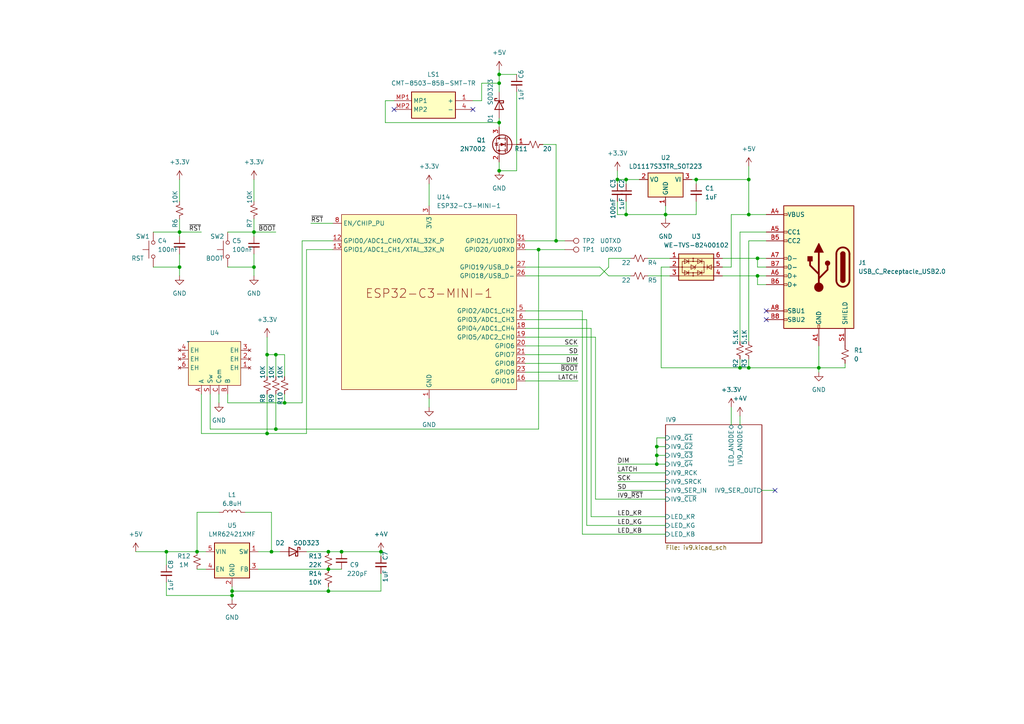
<source format=kicad_sch>
(kicad_sch (version 20230121) (generator eeschema)
  (paper "A4")
  (lib_symbols
    (symbol "Connector:TestPoint" (pin_numbers hide) (pin_names (offset 0.762) hide)
      (property "Reference" "TP" (at 0 6.858 0))
      (property "Value" "TestPoint" (at 0 5.08 0))
      (symbol "TestPoint_0_1"
        (circle (center 0 3.302) (radius 0.762))
      )
      (symbol "TestPoint_1_1"
        (pin passive line (at 0 0 90) (length 2.54) (name "1") (number "1"))
      )
    )
    (symbol "Connector:USB_C_Receptacle_USB2.0" (pin_names (offset 1.016))
      (property "Reference" "J" (at -10.16 19.05 0))
      (property "Value" "USB_C_Receptacle_USB2.0" (at 19.05 19.05 0))
      (symbol "USB_C_Receptacle_USB2.0_0_0"
        (rectangle (start -0.254 -17.78) (end 0.254 -16.764))
        (rectangle (start 10.16 -14.986) (end 9.144 -15.494))
        (rectangle (start 10.16 -12.446) (end 9.144 -12.954))
        (rectangle (start 10.16 -4.826) (end 9.144 -5.334))
        (rectangle (start 10.16 -2.286) (end 9.144 -2.794))
        (rectangle (start 10.16 0.254) (end 9.144 -0.254))
        (rectangle (start 10.16 2.794) (end 9.144 2.286))
        (rectangle (start 10.16 7.874) (end 9.144 7.366))
        (rectangle (start 10.16 10.414) (end 9.144 9.906))
        (rectangle (start 10.16 15.494) (end 9.144 14.986))
      )
      (symbol "USB_C_Receptacle_USB2.0_0_1"
        (rectangle (start -10.16 17.78) (end 10.16 -17.78) (stroke (width 0.254)) (fill (type background)))
        (arc (start -8.89 -3.81) (mid -6.985 -5.7067) (end -5.08 -3.81) (stroke (width 0.508)))
        (arc (start -7.62 -3.81) (mid -6.985 -4.4423) (end -6.35 -3.81) (stroke (width 0.254)))
        (arc (start -7.62 -3.81) (mid -6.985 -4.4423) (end -6.35 -3.81) (stroke (width 0.254)) (fill (type outline)))
        (rectangle (start -7.62 -3.81) (end -6.35 3.81) (stroke (width 0.254)) (fill (type outline)))
        (arc (start -6.35 3.81) (mid -6.985 4.4423) (end -7.62 3.81) (stroke (width 0.254)))
        (arc (start -6.35 3.81) (mid -6.985 4.4423) (end -7.62 3.81) (stroke (width 0.254)) (fill (type outline)))
        (arc (start -5.08 3.81) (mid -6.985 5.7067) (end -8.89 3.81) (stroke (width 0.508)))
        (circle (center -2.54 1.143) (radius 0.635) (stroke (width 0.254)) (fill (type outline)))
        (circle (center 0 -5.842) (radius 1.27) (fill (type outline)))
        (polyline (pts (xy -8.89 -3.81) (xy -8.89 3.81)) (stroke (width 0.508)))
        (polyline (pts (xy -5.08 3.81) (xy -5.08 -3.81)) (stroke (width 0.508)))
        (polyline (pts (xy 0 -5.842) (xy 0 4.318)) (stroke (width 0.508)))
        (polyline (pts (xy 0 -3.302) (xy -2.54 -0.762) (xy -2.54 0.508)) (stroke (width 0.508)))
        (polyline (pts (xy 0 -2.032) (xy 2.54 0.508) (xy 2.54 1.778)) (stroke (width 0.508)))
        (polyline (pts (xy -1.27 4.318) (xy 0 6.858) (xy 1.27 4.318) (xy -1.27 4.318)) (stroke (width 0.254)) (fill (type outline)))
        (rectangle (start 1.905 1.778) (end 3.175 3.048) (stroke (width 0.254)) (fill (type outline)))
      )
      (symbol "USB_C_Receptacle_USB2.0_1_1"
        (pin passive line (at 0 -22.86 90) (length 5.08) (name "GND") (number "A1"))
        (pin passive line (at 0 -22.86 90) (length 5.08) hide (name "GND") (number "A12"))
        (pin passive line (at 15.24 15.24 180) (length 5.08) (name "VBUS") (number "A4"))
        (pin bidirectional line (at 15.24 10.16 180) (length 5.08) (name "CC1") (number "A5"))
        (pin bidirectional line (at 15.24 -2.54 180) (length 5.08) (name "D+") (number "A6"))
        (pin bidirectional line (at 15.24 2.54 180) (length 5.08) (name "D-") (number "A7"))
        (pin bidirectional line (at 15.24 -12.7 180) (length 5.08) (name "SBU1") (number "A8"))
        (pin passive line (at 15.24 15.24 180) (length 5.08) hide (name "VBUS") (number "A9"))
        (pin passive line (at 0 -22.86 90) (length 5.08) hide (name "GND") (number "B1"))
        (pin passive line (at 0 -22.86 90) (length 5.08) hide (name "GND") (number "B12"))
        (pin passive line (at 15.24 15.24 180) (length 5.08) hide (name "VBUS") (number "B4"))
        (pin bidirectional line (at 15.24 7.62 180) (length 5.08) (name "CC2") (number "B5"))
        (pin bidirectional line (at 15.24 -5.08 180) (length 5.08) (name "D+") (number "B6"))
        (pin bidirectional line (at 15.24 0 180) (length 5.08) (name "D-") (number "B7"))
        (pin bidirectional line (at 15.24 -15.24 180) (length 5.08) (name "SBU2") (number "B8"))
        (pin passive line (at 15.24 15.24 180) (length 5.08) hide (name "VBUS") (number "B9"))
        (pin passive line (at -7.62 -22.86 90) (length 5.08) (name "SHIELD") (number "S1"))
      )
    )
    (symbol "Device:C_Small" (pin_numbers hide) (pin_names (offset 0.254) hide)
      (property "Reference" "C" (at 0.254 1.778 0))
      (property "Value" "C_Small" (at 0.254 -2.032 0))
      (symbol "C_Small_0_1"
        (polyline (pts (xy -1.524 -0.508) (xy 1.524 -0.508)) (stroke (width 0.3302)))
        (polyline (pts (xy -1.524 0.508) (xy 1.524 0.508)) (stroke (width 0.3048)))
      )
      (symbol "C_Small_1_1"
        (pin passive line (at 0 2.54 270) (length 2.032) (name "~") (number "1"))
        (pin passive line (at 0 -2.54 90) (length 2.032) (name "~") (number "2"))
      )
    )
    (symbol "Device:D_Schottky" (pin_numbers hide) (pin_names (offset 1.016) hide)
      (property "Reference" "D" (at 0 2.54 0))
      (property "Value" "D_Schottky" (at 0 -2.54 0))
      (symbol "D_Schottky_0_1"
        (polyline (pts (xy 1.27 0) (xy -1.27 0)))
        (polyline (pts (xy 1.27 1.27) (xy 1.27 -1.27) (xy -1.27 0) (xy 1.27 1.27)) (stroke (width 0.254)))
        (polyline (pts (xy -1.905 0.635) (xy -1.905 1.27) (xy -1.27 1.27) (xy -1.27 -1.27) (xy -0.635 -1.27) (xy -0.635 -0.635)) (stroke (width 0.254)))
      )
      (symbol "D_Schottky_1_1"
        (pin passive line (at -3.81 0 0) (length 2.54) (name "K") (number "1"))
        (pin passive line (at 3.81 0 180) (length 2.54) (name "A") (number "2"))
      )
    )
    (symbol "Device:L" (pin_numbers hide) (pin_names (offset 1.016) hide)
      (property "Reference" "L" (at -1.27 0 90))
      (property "Value" "L" (at 1.905 0 90))
      (symbol "L_0_1"
        (arc (start 0 -2.54) (mid 0.6323 -1.905) (end 0 -1.27))
        (arc (start 0 -1.27) (mid 0.6323 -0.635) (end 0 0))
        (arc (start 0 0) (mid 0.6323 0.635) (end 0 1.27))
        (arc (start 0 1.27) (mid 0.6323 1.905) (end 0 2.54))
      )
      (symbol "L_1_1"
        (pin passive line (at 0 3.81 270) (length 1.27) (name "1") (number "1"))
        (pin passive line (at 0 -3.81 90) (length 1.27) (name "2") (number "2"))
      )
    )
    (symbol "Device:R_Small_US" (pin_numbers hide) (pin_names (offset 0.254) hide)
      (property "Reference" "R" (at 0.762 0.508 0))
      (property "Value" "R_Small_US" (at 0.762 -1.016 0))
      (symbol "R_Small_US_1_1"
        (polyline (pts (xy 0 0) (xy 1.016 -0.381) (xy 0 -0.762) (xy -1.016 -1.143) (xy 0 -1.524)))
        (polyline (pts (xy 0 1.524) (xy 1.016 1.143) (xy 0 0.762) (xy -1.016 0.381) (xy 0 0)))
        (pin passive line (at 0 2.54 270) (length 1.016) (name "~") (number "1"))
        (pin passive line (at 0 -2.54 90) (length 1.016) (name "~") (number "2"))
      )
    )
    (symbol "Flora:CMT-8503-85B-SMT-TR"
      (property "Reference" "LS" (at 19.05 7.62 0))
      (property "Value" "CMT-8503-85B-SMT-TR" (at 19.05 5.08 0))
      (symbol "CMT-8503-85B-SMT-TR_1_1"
        (rectangle (start 5.08 2.54) (end 17.78 -5.08) (stroke (width 0.254)) (fill (type background)))
        (pin passive line (at 0 -2.54 0) (length 5.08) (name "+") (number "1"))
        (pin passive line (at 0 0 0) (length 5.08) (name "-") (number "4"))
        (pin passive line (at 22.86 -2.54 180) (length 5.08) (name "MP1") (number "MP1"))
        (pin passive line (at 22.86 0 180) (length 5.08) (name "MP2") (number "MP2"))
      )
    )
    (symbol "Flora:MITSUMI_SIQ-02FVS3"
      (property "Reference" "U" (at -1.27 1.27 0))
      (symbol "MITSUMI_SIQ-02FVS3_1_1"
        (rectangle (start 0 0) (end 15.24 -12.7) (fill (type background)))
        (pin no_connect line (at 17.78 -7.62 180) (length 2.54) (name "EH") (number "1"))
        (pin no_connect line (at 17.78 -5.08 180) (length 2.54) (name "EH") (number "2"))
        (pin no_connect line (at 17.78 -2.54 180) (length 2.54) (name "EH") (number "3"))
        (pin no_connect line (at -2.54 -2.54 0) (length 2.54) (name "EH") (number "4"))
        (pin no_connect line (at -2.54 -5.08 0) (length 2.54) (name "EH") (number "5"))
        (pin no_connect line (at -2.54 -7.62 0) (length 2.54) (name "EH") (number "6"))
        (pin output line (at 3.81 -15.24 90) (length 2.54) (name "A") (number "A"))
        (pin output line (at 11.43 -15.24 90) (length 2.54) (name "B") (number "B"))
        (pin passive line (at 8.89 -15.24 90) (length 2.54) (name "Com") (number "C"))
        (pin output line (at 6.35 -15.24 90) (length 2.54) (name "Sw") (number "S"))
      )
    )
    (symbol "PCM_Espressif:ESP32-C3-MINI-1"
      (property "Reference" "U" (at -25.4 30.48 0))
      (property "Value" "ESP32-C3-MINI-1" (at -25.4 27.94 0))
      (symbol "ESP32-C3-MINI-1_0_0"
        (text "ESP32-C3-MINI-1" (at 0 2.54 0) (effects (font (size 2.54 2.54))))
      )
      (symbol "ESP32-C3-MINI-1_0_1"
        (rectangle (start -25.4 25.4) (end 25.4 -25.4) (fill (type background)))
      )
      (symbol "ESP32-C3-MINI-1_1_1"
        (pin power_in line (at 0 -27.94 90) (length 2.54) (name "GND") (number "1"))
        (pin no_connect line (at -25.4 2.54 0) (length 2.54) hide (name "NC") (number "10"))
        (pin passive line (at 0 -27.94 90) (length 2.54) hide (name "GND") (number "11"))
        (pin bidirectional line (at -27.94 17.78 0) (length 2.54) (name "GPIO0/ADC1_CH0/XTAL_32K_P") (number "12"))
        (pin bidirectional line (at -27.94 15.24 0) (length 2.54) (name "GPIO1/ADC1_CH1/XTAL_32K_N") (number "13"))
        (pin passive line (at 0 -27.94 90) (length 2.54) hide (name "GND") (number "14"))
        (pin no_connect line (at -25.4 0 0) (length 2.54) hide (name "NC") (number "15"))
        (pin bidirectional line (at 27.94 -22.86 180) (length 2.54) (name "GPIO10") (number "16"))
        (pin no_connect line (at -25.4 -2.54 0) (length 2.54) hide (name "NC") (number "17"))
        (pin bidirectional line (at 27.94 -7.62 180) (length 2.54) (name "GPIO4/ADC1_CH4") (number "18"))
        (pin bidirectional line (at 27.94 -10.16 180) (length 2.54) (name "GPIO5/ADC2_CH0") (number "19"))
        (pin passive line (at 0 -27.94 90) (length 2.54) hide (name "GND") (number "2"))
        (pin bidirectional line (at 27.94 -12.7 180) (length 2.54) (name "GPIO6") (number "20"))
        (pin bidirectional line (at 27.94 -15.24 180) (length 2.54) (name "GPIO7") (number "21"))
        (pin bidirectional line (at 27.94 -17.78 180) (length 2.54) (name "GPIO8") (number "22"))
        (pin bidirectional line (at 27.94 -20.32 180) (length 2.54) (name "GPIO9") (number "23"))
        (pin no_connect line (at -25.4 -5.08 0) (length 2.54) hide (name "NC") (number "24"))
        (pin no_connect line (at -25.4 -7.62 0) (length 2.54) hide (name "NC") (number "25"))
        (pin bidirectional line (at 27.94 7.62 180) (length 2.54) (name "GPIO18/USB_D-") (number "26"))
        (pin bidirectional line (at 27.94 10.16 180) (length 2.54) (name "GPIO19/USB_D+") (number "27"))
        (pin no_connect line (at -25.4 -10.16 0) (length 2.54) hide (name "NC") (number "28"))
        (pin no_connect line (at -25.4 -12.7 0) (length 2.54) hide (name "NC") (number "29"))
        (pin power_in line (at 0 27.94 270) (length 2.54) (name "3V3") (number "3"))
        (pin bidirectional line (at 27.94 15.24 180) (length 2.54) (name "GPIO20/U0RXD") (number "30"))
        (pin bidirectional line (at 27.94 17.78 180) (length 2.54) (name "GPIO21/U0TXD") (number "31"))
        (pin no_connect line (at -25.4 -15.24 0) (length 2.54) hide (name "NC") (number "32"))
        (pin no_connect line (at -25.4 -17.78 0) (length 2.54) hide (name "NC") (number "33"))
        (pin no_connect line (at -25.4 -20.32 0) (length 2.54) hide (name "NC") (number "34"))
        (pin no_connect line (at -25.4 -22.86 0) (length 2.54) hide (name "NC") (number "35"))
        (pin passive line (at 0 -27.94 90) (length 2.54) hide (name "GND") (number "36"))
        (pin passive line (at 0 -27.94 90) (length 2.54) hide (name "GND") (number "37"))
        (pin passive line (at 0 -27.94 90) (length 2.54) hide (name "GND") (number "38"))
        (pin passive line (at 0 -27.94 90) (length 2.54) hide (name "GND") (number "39"))
        (pin no_connect line (at -25.4 10.16 0) (length 2.54) hide (name "NC") (number "4"))
        (pin passive line (at 0 -27.94 90) (length 2.54) hide (name "GND") (number "40"))
        (pin passive line (at 0 -27.94 90) (length 2.54) hide (name "GND") (number "41"))
        (pin passive line (at 0 -27.94 90) (length 2.54) hide (name "GND") (number "42"))
        (pin passive line (at 0 -27.94 90) (length 2.54) hide (name "GND") (number "43"))
        (pin passive line (at 0 -27.94 90) (length 2.54) hide (name "GND") (number "44"))
        (pin passive line (at 0 -27.94 90) (length 2.54) hide (name "GND") (number "45"))
        (pin passive line (at 0 -27.94 90) (length 2.54) hide (name "GND") (number "46"))
        (pin passive line (at 0 -27.94 90) (length 2.54) hide (name "GND") (number "47"))
        (pin passive line (at 0 -27.94 90) (length 2.54) hide (name "GND") (number "48"))
        (pin passive line (at 0 -27.94 90) (length 2.54) hide (name "GND") (number "49"))
        (pin bidirectional line (at 27.94 -2.54 180) (length 2.54) (name "GPIO2/ADC1_CH2") (number "5"))
        (pin passive line (at 0 -27.94 90) (length 2.54) hide (name "GND") (number "50"))
        (pin passive line (at 0 -27.94 90) (length 2.54) hide (name "GND") (number "51"))
        (pin passive line (at 0 -27.94 90) (length 2.54) hide (name "GND") (number "52"))
        (pin passive line (at 0 -27.94 90) (length 2.54) hide (name "GND") (number "53"))
        (pin bidirectional line (at 27.94 -5.08 180) (length 2.54) (name "GPIO3/ADC1_CH3") (number "6"))
        (pin no_connect line (at -25.4 7.62 0) (length 2.54) hide (name "NC") (number "7"))
        (pin input line (at -27.94 22.86 0) (length 2.54) (name "EN/CHIP_PU") (number "8"))
        (pin no_connect line (at -25.4 5.08 0) (length 2.54) hide (name "NC") (number "9"))
      )
    )
    (symbol "Power_Protection:WE-TVS-82400102"
      (property "Reference" "U" (at 0 7.62 0))
      (property "Value" "WE-TVS-82400102" (at 0 5.08 0))
      (symbol "WE-TVS-82400102_0_1"
        (circle (center -4.064 0) (radius 0.127))
        (rectangle (start -4.064 1.651) (end 2.286 -1.651))
        (circle (center -0.889 -2.54) (radius 0.127))
        (circle (center -0.889 -1.651) (radius 0.127))
        (circle (center -0.889 1.651) (radius 0.127))
        (circle (center -0.889 2.54) (radius 0.127))
        (polyline (pts (xy -5.08 -2.54) (xy 5.08 -2.54)))
        (polyline (pts (xy -5.08 2.54) (xy 5.08 2.54)))
        (polyline (pts (xy -4.064 0) (xy -5.08 0)))
        (polyline (pts (xy -4.064 0) (xy 2.286 0)) (fill (type outline)))
        (polyline (pts (xy -2.159 -1.016) (xy -2.159 -2.286)))
        (polyline (pts (xy -2.159 2.286) (xy -2.159 1.016)))
        (polyline (pts (xy -0.889 -1.651) (xy -0.889 -2.413)))
        (polyline (pts (xy -0.889 1.651) (xy -0.889 2.54)))
        (polyline (pts (xy -0.508 -0.635) (xy -0.508 -0.635)))
        (polyline (pts (xy 1.651 -1.016) (xy 1.651 -2.286)))
        (polyline (pts (xy 1.651 2.286) (xy 1.651 1.016)))
        (polyline (pts (xy 2.286 0) (xy 5.08 0)))
        (polyline (pts (xy -3.429 -1.016) (xy -3.429 -2.286) (xy -2.159 -1.651) (xy -3.429 -1.016)))
        (polyline (pts (xy -3.429 1.016) (xy -3.429 2.286) (xy -2.159 1.651) (xy -3.429 1.016)))
        (polyline (pts (xy 0 0.635) (xy -0.254 0.381) (xy -0.254 -0.381) (xy -0.508 -0.635)))
        (polyline (pts (xy 0.381 -1.016) (xy 0.381 -2.286) (xy 1.651 -1.651) (xy 0.381 -1.016)))
        (polyline (pts (xy 0.381 1.016) (xy 0.381 2.286) (xy 1.651 1.651) (xy 0.381 1.016)))
        (circle (center 2.286 0) (radius 0.127))
      )
      (symbol "WE-TVS-82400102_1_1"
        (rectangle (start -5.08 3.81) (end 5.08 -3.81) (stroke (width 0.254)) (fill (type background)))
        (polyline (pts (xy 3.175 0.635) (xy 3.175 -0.635)))
        (polyline (pts (xy -1.524 0.635) (xy -1.524 -0.635) (xy -0.254 0) (xy -1.524 0.635)))
        (polyline (pts (xy 4.445 0.635) (xy 4.445 -0.635) (xy 3.175 0) (xy 4.445 0.635)))
        (pin passive line (at -7.62 2.54 0) (length 2.54) (name "~") (number "1"))
        (pin passive line (at -7.62 0 0) (length 2.54) (name "~") (number "2"))
        (pin passive line (at -7.62 -2.54 0) (length 2.54) (name "~") (number "3"))
        (pin passive line (at 7.62 -2.54 180) (length 2.54) (name "~") (number "4"))
        (pin passive line (at 7.62 0 180) (length 2.54) (name "~") (number "5"))
        (pin passive line (at 7.62 2.54 180) (length 2.54) (name "~") (number "6"))
      )
    )
    (symbol "Regulator_Linear:LD1117S33TR_SOT223"
      (property "Reference" "U" (at -3.81 3.175 0))
      (property "Value" "LD1117S33TR_SOT223" (at 0 3.175 0))
      (symbol "LD1117S33TR_SOT223_0_1"
        (rectangle (start -5.08 -5.08) (end 5.08 1.905) (stroke (width 0.254)) (fill (type background)))
      )
      (symbol "LD1117S33TR_SOT223_1_1"
        (pin power_in line (at 0 -7.62 90) (length 2.54) (name "GND") (number "1"))
        (pin power_out line (at 7.62 0 180) (length 2.54) (name "VO") (number "2"))
        (pin power_in line (at -7.62 0 0) (length 2.54) (name "VI") (number "3"))
      )
    )
    (symbol "Regulator_Switching:LMR62421XMF" (pin_names (offset 0.254))
      (property "Reference" "U" (at -5.08 6.35 0))
      (property "Value" "LMR62421XMF" (at 0 6.35 0))
      (symbol "LMR62421XMF_0_1"
        (rectangle (start -5.08 5.08) (end 5.08 -5.08) (stroke (width 0.254)) (fill (type background)))
      )
      (symbol "LMR62421XMF_1_1"
        (pin output line (at 7.62 2.54 180) (length 2.54) (name "SW") (number "1"))
        (pin power_in line (at 0 -7.62 90) (length 2.54) (name "GND") (number "2"))
        (pin input line (at 7.62 -2.54 180) (length 2.54) (name "FB") (number "3"))
        (pin input line (at -7.62 -2.54 0) (length 2.54) (name "EN") (number "4"))
        (pin input line (at -7.62 2.54 0) (length 2.54) (name "VIN") (number "5"))
      )
    )
    (symbol "Switch:SW_Push" (pin_numbers hide) (pin_names (offset 1.016) hide)
      (property "Reference" "SW" (at 1.27 2.54 0))
      (property "Value" "SW_Push" (at 0 -1.524 0))
      (symbol "SW_Push_0_1"
        (circle (center -2.032 0) (radius 0.508))
        (polyline (pts (xy 0 1.27) (xy 0 3.048)))
        (polyline (pts (xy 2.54 1.27) (xy -2.54 1.27)))
        (circle (center 2.032 0) (radius 0.508))
        (pin passive line (at -5.08 0 0) (length 2.54) (name "1") (number "1"))
        (pin passive line (at 5.08 0 180) (length 2.54) (name "2") (number "2"))
      )
    )
    (symbol "Transistor_FET:2N7002" (pin_names hide)
      (property "Reference" "Q" (at 5.08 1.905 0))
      (property "Value" "2N7002" (at 5.08 0 0))
      (symbol "2N7002_0_1"
        (polyline (pts (xy 0.254 0) (xy -2.54 0)))
        (polyline (pts (xy 0.254 1.905) (xy 0.254 -1.905)) (stroke (width 0.254)))
        (polyline (pts (xy 0.762 -1.27) (xy 0.762 -2.286)) (stroke (width 0.254)))
        (polyline (pts (xy 0.762 0.508) (xy 0.762 -0.508)) (stroke (width 0.254)))
        (polyline (pts (xy 0.762 2.286) (xy 0.762 1.27)) (stroke (width 0.254)))
        (polyline (pts (xy 2.54 2.54) (xy 2.54 1.778)))
        (polyline (pts (xy 2.54 -2.54) (xy 2.54 0) (xy 0.762 0)))
        (polyline (pts (xy 0.762 -1.778) (xy 3.302 -1.778) (xy 3.302 1.778) (xy 0.762 1.778)))
        (polyline (pts (xy 1.016 0) (xy 2.032 0.381) (xy 2.032 -0.381) (xy 1.016 0)) (fill (type outline)))
        (polyline (pts (xy 2.794 0.508) (xy 2.921 0.381) (xy 3.683 0.381) (xy 3.81 0.254)))
        (polyline (pts (xy 3.302 0.381) (xy 2.921 -0.254) (xy 3.683 -0.254) (xy 3.302 0.381)))
        (circle (center 1.651 0) (radius 2.794) (stroke (width 0.254)))
        (circle (center 2.54 -1.778) (radius 0.254) (fill (type outline)))
        (circle (center 2.54 1.778) (radius 0.254) (fill (type outline)))
      )
      (symbol "2N7002_1_1"
        (pin input line (at -5.08 0 0) (length 2.54) (name "G") (number "1"))
        (pin passive line (at 2.54 -5.08 90) (length 2.54) (name "S") (number "2"))
        (pin passive line (at 2.54 5.08 270) (length 2.54) (name "D") (number "3"))
      )
    )
    (symbol "power:+3.3V" (power) (pin_names (offset 0))
      (property "Value" "+3.3V" (at 0 3.556 0))
      (symbol "+3.3V_0_1"
        (polyline (pts (xy -0.762 1.27) (xy 0 2.54)))
        (polyline (pts (xy 0 0) (xy 0 2.54)))
        (polyline (pts (xy 0 2.54) (xy 0.762 1.27)))
      )
      (symbol "+3.3V_1_1"
        (pin power_in line (at 0 0 90) (length 0) hide (name "+3.3V") (number "1"))
      )
    )
    (symbol "power:+4V" (power) (pin_names (offset 0))
      (property "Value" "+4V" (at 0 3.556 0))
      (symbol "+4V_0_1"
        (polyline (pts (xy -0.762 1.27) (xy 0 2.54)))
        (polyline (pts (xy 0 0) (xy 0 2.54)))
        (polyline (pts (xy 0 2.54) (xy 0.762 1.27)))
      )
      (symbol "+4V_1_1"
        (pin power_in line (at 0 0 90) (length 0) hide (name "+4V") (number "1"))
      )
    )
    (symbol "power:+5V" (power) (pin_names (offset 0))
      (property "Value" "+5V" (at 0 3.556 0))
      (symbol "+5V_0_1"
        (polyline (pts (xy -0.762 1.27) (xy 0 2.54)))
        (polyline (pts (xy 0 0) (xy 0 2.54)))
        (polyline (pts (xy 0 2.54) (xy 0.762 1.27)))
      )
      (symbol "+5V_1_1"
        (pin power_in line (at 0 0 90) (length 0) hide (name "+5V") (number "1"))
      )
    )
    (symbol "power:GND" (power) (pin_names (offset 0))
      (property "Value" "GND" (at 0 -3.81 0))
      (symbol "GND_0_1"
        (polyline (pts (xy 0 0) (xy 0 -1.27) (xy 1.27 -1.27) (xy 0 -2.54) (xy -1.27 -1.27) (xy 0 -1.27)))
      )
      (symbol "GND_1_1"
        (pin power_in line (at 0 0 270) (length 0) hide (name "GND") (number "1"))
      )
    )
  )
  (junction (at 144.78 24.13))
  (junction (at 144.78 21.59))
  (junction (at 52.07 77.47))
  (junction (at 219.71 74.93))
  (junction (at 190.5 132.08))
  (junction (at 181.61 52.07))
  (junction (at 95.25 160.02))
  (junction (at 67.31 171.45))
  (junction (at 95.25 165.1))
  (junction (at 190.5 134.62))
  (junction (at 237.49 106.68))
  (junction (at 144.78 49.53))
  (junction (at 110.49 160.02))
  (junction (at 161.29 69.85))
  (junction (at 73.66 67.31))
  (junction (at 77.47 125.73))
  (junction (at 77.47 102.87))
  (junction (at 156.21 72.39))
  (junction (at 52.07 67.31))
  (junction (at 57.15 160.02))
  (junction (at 80.01 102.87))
  (junction (at 144.78 35.56))
  (junction (at 78.74 160.02))
  (junction (at 201.93 52.07))
  (junction (at 80.01 124.46))
  (junction (at 99.06 160.02))
  (junction (at 67.31 172.72))
  (junction (at 214.63 106.68))
  (junction (at 179.07 52.07))
  (junction (at 190.5 129.54))
  (junction (at 95.25 171.45))
  (junction (at 217.17 62.23))
  (junction (at 82.55 116.84))
  (junction (at 73.66 77.47))
  (junction (at 48.26 160.02))
  (junction (at 219.71 80.01))
  (junction (at 181.61 62.23))
  (junction (at 217.17 106.68))
  (junction (at 193.04 62.23))
  (junction (at 217.17 52.07))
  (no_connect (at 114.3 31.75))
  (no_connect (at 222.25 90.17))
  (no_connect (at 224.79 142.24))
  (no_connect (at 222.25 92.71))
  (no_connect (at 137.16 31.75))
  (wire (pts (xy 187.96 74.93) (xy 194.31 74.93)))
  (wire (pts (xy 168.91 154.94) (xy 193.04 154.94)))
  (wire (pts (xy 52.07 52.07) (xy 52.07 58.42)))
  (wire (pts (xy 77.47 102.87) (xy 80.01 102.87)))
  (wire (pts (xy 44.45 67.31) (xy 52.07 67.31)))
  (wire (pts (xy 219.71 82.55) (xy 222.25 82.55)))
  (wire (pts (xy 179.07 62.23) (xy 181.61 62.23)))
  (wire (pts (xy 179.07 58.42) (xy 179.07 62.23)))
  (wire (pts (xy 212.09 118.11) (xy 212.09 123.19)))
  (wire (pts (xy 152.4 95.25) (xy 171.45 95.25)))
  (wire (pts (xy 149.86 21.59) (xy 144.78 21.59)))
  (wire (pts (xy 82.55 114.3) (xy 82.55 116.84)))
  (wire (pts (xy 111.76 29.21) (xy 114.3 29.21)))
  (wire (pts (xy 152.4 80.01) (xy 173.99 80.01)))
  (wire (pts (xy 171.45 95.25) (xy 171.45 149.86)))
  (wire (pts (xy 190.5 129.54) (xy 193.04 129.54)))
  (wire (pts (xy 63.5 148.59) (xy 57.15 148.59)))
  (wire (pts (xy 193.04 144.78) (xy 172.72 144.78)))
  (wire (pts (xy 88.9 72.39) (xy 96.52 72.39)))
  (wire (pts (xy 48.26 163.83) (xy 48.26 160.02)))
  (wire (pts (xy 57.15 165.1) (xy 59.69 165.1)))
  (wire (pts (xy 190.5 134.62) (xy 193.04 134.62)))
  (wire (pts (xy 179.07 142.24) (xy 193.04 142.24)))
  (wire (pts (xy 245.11 106.68) (xy 245.11 105.41)))
  (wire (pts (xy 48.26 168.91) (xy 48.26 172.72)))
  (wire (pts (xy 190.5 127) (xy 190.5 129.54)))
  (wire (pts (xy 212.09 62.23) (xy 217.17 62.23)))
  (wire (pts (xy 217.17 106.68) (xy 237.49 106.68)))
  (wire (pts (xy 181.61 58.42) (xy 181.61 62.23)))
  (wire (pts (xy 48.26 172.72) (xy 67.31 172.72)))
  (wire (pts (xy 66.04 116.84) (xy 82.55 116.84)))
  (wire (pts (xy 201.93 58.42) (xy 201.93 62.23)))
  (wire (pts (xy 77.47 114.3) (xy 77.47 125.73)))
  (wire (pts (xy 149.86 26.67) (xy 149.86 49.53)))
  (wire (pts (xy 78.74 160.02) (xy 81.28 160.02)))
  (wire (pts (xy 152.4 100.33) (xy 167.64 100.33)))
  (wire (pts (xy 193.04 127) (xy 190.5 127)))
  (wire (pts (xy 190.5 132.08) (xy 193.04 132.08)))
  (wire (pts (xy 179.07 139.7) (xy 193.04 139.7)))
  (wire (pts (xy 144.78 20.32) (xy 144.78 21.59)))
  (wire (pts (xy 73.66 63.5) (xy 73.66 67.31)))
  (wire (pts (xy 214.63 120.65) (xy 214.63 123.19)))
  (wire (pts (xy 137.16 29.21) (xy 139.7 29.21)))
  (wire (pts (xy 170.18 152.4) (xy 170.18 92.71)))
  (wire (pts (xy 57.15 160.02) (xy 59.69 160.02)))
  (wire (pts (xy 152.4 92.71) (xy 170.18 92.71)))
  (wire (pts (xy 66.04 77.47) (xy 73.66 77.47)))
  (wire (pts (xy 190.5 129.54) (xy 190.5 132.08)))
  (wire (pts (xy 161.29 69.85) (xy 163.83 69.85)))
  (wire (pts (xy 220.98 142.24) (xy 224.79 142.24)))
  (wire (pts (xy 66.04 114.3) (xy 66.04 116.84)))
  (wire (pts (xy 176.53 80.01) (xy 182.88 80.01)))
  (wire (pts (xy 52.07 63.5) (xy 52.07 67.31)))
  (wire (pts (xy 176.53 74.93) (xy 176.53 77.47)))
  (wire (pts (xy 52.07 67.31) (xy 58.42 67.31)))
  (wire (pts (xy 80.01 102.87) (xy 82.55 102.87)))
  (wire (pts (xy 201.93 62.23) (xy 193.04 62.23)))
  (wire (pts (xy 87.63 116.84) (xy 87.63 69.85)))
  (wire (pts (xy 161.29 41.91) (xy 161.29 69.85)))
  (wire (pts (xy 67.31 171.45) (xy 67.31 170.18)))
  (wire (pts (xy 209.55 77.47) (xy 212.09 77.47)))
  (wire (pts (xy 217.17 52.07) (xy 217.17 62.23)))
  (wire (pts (xy 78.74 160.02) (xy 74.93 160.02)))
  (wire (pts (xy 124.46 115.57) (xy 124.46 118.11)))
  (wire (pts (xy 176.53 77.47) (xy 173.99 80.01)))
  (wire (pts (xy 52.07 73.66) (xy 52.07 77.47)))
  (wire (pts (xy 214.63 67.31) (xy 222.25 67.31)))
  (wire (pts (xy 172.72 97.79) (xy 172.72 144.78)))
  (wire (pts (xy 217.17 69.85) (xy 217.17 99.06)))
  (wire (pts (xy 144.78 21.59) (xy 144.78 24.13)))
  (wire (pts (xy 237.49 100.33) (xy 237.49 106.68)))
  (wire (pts (xy 219.71 74.93) (xy 219.71 77.47)))
  (wire (pts (xy 74.93 165.1) (xy 95.25 165.1)))
  (wire (pts (xy 77.47 109.22) (xy 77.47 102.87)))
  (wire (pts (xy 144.78 34.29) (xy 144.78 35.56)))
  (wire (pts (xy 201.93 52.07) (xy 217.17 52.07)))
  (wire (pts (xy 63.5 114.3) (xy 63.5 116.84)))
  (wire (pts (xy 209.55 74.93) (xy 219.71 74.93)))
  (wire (pts (xy 39.37 160.02) (xy 48.26 160.02)))
  (wire (pts (xy 88.9 125.73) (xy 88.9 72.39)))
  (wire (pts (xy 214.63 106.68) (xy 217.17 106.68)))
  (wire (pts (xy 124.46 53.34) (xy 124.46 59.69)))
  (wire (pts (xy 95.25 171.45) (xy 67.31 171.45)))
  (wire (pts (xy 214.63 104.14) (xy 214.63 106.68)))
  (wire (pts (xy 237.49 106.68) (xy 245.11 106.68)))
  (wire (pts (xy 157.48 41.91) (xy 161.29 41.91)))
  (wire (pts (xy 179.07 137.16) (xy 193.04 137.16)))
  (wire (pts (xy 181.61 52.07) (xy 185.42 52.07)))
  (wire (pts (xy 73.66 73.66) (xy 73.66 77.47)))
  (wire (pts (xy 152.4 77.47) (xy 173.99 77.47)))
  (wire (pts (xy 52.07 77.47) (xy 52.07 80.01)))
  (wire (pts (xy 200.66 52.07) (xy 201.93 52.07)))
  (wire (pts (xy 95.25 170.18) (xy 95.25 171.45)))
  (wire (pts (xy 156.21 72.39) (xy 163.83 72.39)))
  (wire (pts (xy 222.25 62.23) (xy 217.17 62.23)))
  (wire (pts (xy 58.42 114.3) (xy 58.42 125.73)))
  (wire (pts (xy 82.55 116.84) (xy 87.63 116.84)))
  (wire (pts (xy 217.17 48.26) (xy 217.17 52.07)))
  (wire (pts (xy 176.53 80.01) (xy 173.99 77.47)))
  (wire (pts (xy 99.06 160.02) (xy 110.49 160.02)))
  (wire (pts (xy 90.17 64.77) (xy 96.52 64.77)))
  (wire (pts (xy 111.76 35.56) (xy 144.78 35.56)))
  (wire (pts (xy 111.76 35.56) (xy 111.76 29.21)))
  (wire (pts (xy 144.78 35.56) (xy 144.78 36.83)))
  (wire (pts (xy 110.49 166.37) (xy 110.49 171.45)))
  (wire (pts (xy 80.01 102.87) (xy 80.01 109.22)))
  (wire (pts (xy 73.66 67.31) (xy 80.01 67.31)))
  (wire (pts (xy 168.91 90.17) (xy 168.91 154.94)))
  (wire (pts (xy 73.66 52.07) (xy 73.66 58.42)))
  (wire (pts (xy 139.7 29.21) (xy 139.7 24.13)))
  (wire (pts (xy 88.9 160.02) (xy 95.25 160.02)))
  (wire (pts (xy 152.4 110.49) (xy 167.64 110.49)))
  (wire (pts (xy 152.4 69.85) (xy 161.29 69.85)))
  (wire (pts (xy 217.17 106.68) (xy 217.17 104.14)))
  (wire (pts (xy 193.04 62.23) (xy 193.04 59.69)))
  (wire (pts (xy 67.31 172.72) (xy 67.31 171.45)))
  (wire (pts (xy 95.25 160.02) (xy 99.06 160.02)))
  (wire (pts (xy 193.04 152.4) (xy 170.18 152.4)))
  (wire (pts (xy 191.77 106.68) (xy 214.63 106.68)))
  (wire (pts (xy 73.66 67.31) (xy 73.66 68.58)))
  (wire (pts (xy 144.78 24.13) (xy 144.78 26.67)))
  (wire (pts (xy 179.07 53.34) (xy 179.07 52.07)))
  (wire (pts (xy 67.31 173.99) (xy 67.31 172.72)))
  (wire (pts (xy 156.21 72.39) (xy 152.4 72.39)))
  (wire (pts (xy 179.07 134.62) (xy 190.5 134.62)))
  (wire (pts (xy 60.96 124.46) (xy 80.01 124.46)))
  (wire (pts (xy 82.55 102.87) (xy 82.55 109.22)))
  (wire (pts (xy 190.5 132.08) (xy 190.5 134.62)))
  (wire (pts (xy 66.04 67.31) (xy 73.66 67.31)))
  (wire (pts (xy 209.55 80.01) (xy 219.71 80.01)))
  (wire (pts (xy 237.49 106.68) (xy 237.49 107.95)))
  (wire (pts (xy 201.93 52.07) (xy 201.93 53.34)))
  (wire (pts (xy 95.25 165.1) (xy 99.06 165.1)))
  (wire (pts (xy 179.07 49.53) (xy 179.07 52.07)))
  (wire (pts (xy 87.63 69.85) (xy 96.52 69.85)))
  (wire (pts (xy 44.45 77.47) (xy 52.07 77.47)))
  (wire (pts (xy 179.07 52.07) (xy 181.61 52.07)))
  (wire (pts (xy 73.66 77.47) (xy 73.66 80.01)))
  (wire (pts (xy 152.4 102.87) (xy 167.64 102.87)))
  (wire (pts (xy 176.53 74.93) (xy 182.88 74.93)))
  (wire (pts (xy 58.42 125.73) (xy 77.47 125.73)))
  (wire (pts (xy 110.49 171.45) (xy 95.25 171.45)))
  (wire (pts (xy 48.26 160.02) (xy 57.15 160.02)))
  (wire (pts (xy 194.31 77.47) (xy 191.77 77.47)))
  (wire (pts (xy 149.86 49.53) (xy 144.78 49.53)))
  (wire (pts (xy 144.78 49.53) (xy 144.78 46.99)))
  (wire (pts (xy 181.61 52.07) (xy 181.61 53.34)))
  (wire (pts (xy 219.71 80.01) (xy 219.71 82.55)))
  (wire (pts (xy 187.96 80.01) (xy 194.31 80.01)))
  (wire (pts (xy 217.17 69.85) (xy 222.25 69.85)))
  (wire (pts (xy 80.01 124.46) (xy 156.21 124.46)))
  (wire (pts (xy 71.12 148.59) (xy 78.74 148.59)))
  (wire (pts (xy 110.49 161.29) (xy 110.49 160.02)))
  (wire (pts (xy 152.4 90.17) (xy 168.91 90.17)))
  (wire (pts (xy 193.04 149.86) (xy 171.45 149.86)))
  (wire (pts (xy 52.07 67.31) (xy 52.07 68.58)))
  (wire (pts (xy 191.77 77.47) (xy 191.77 106.68)))
  (wire (pts (xy 212.09 77.47) (xy 212.09 62.23)))
  (wire (pts (xy 139.7 24.13) (xy 144.78 24.13)))
  (wire (pts (xy 80.01 114.3) (xy 80.01 124.46)))
  (wire (pts (xy 77.47 125.73) (xy 88.9 125.73)))
  (wire (pts (xy 57.15 148.59) (xy 57.15 160.02)))
  (wire (pts (xy 214.63 67.31) (xy 214.63 99.06)))
  (wire (pts (xy 78.74 148.59) (xy 78.74 160.02)))
  (wire (pts (xy 219.71 77.47) (xy 222.25 77.47)))
  (wire (pts (xy 181.61 62.23) (xy 193.04 62.23)))
  (wire (pts (xy 77.47 97.79) (xy 77.47 102.87)))
  (wire (pts (xy 152.4 105.41) (xy 167.64 105.41)))
  (wire (pts (xy 152.4 97.79) (xy 172.72 97.79)))
  (wire (pts (xy 222.25 74.93) (xy 219.71 74.93)))
  (wire (pts (xy 222.25 80.01) (xy 219.71 80.01)))
  (wire (pts (xy 152.4 107.95) (xy 167.64 107.95)))
  (wire (pts (xy 156.21 124.46) (xy 156.21 72.39)))
  (wire (pts (xy 60.96 114.3) (xy 60.96 124.46)))
  (wire (pts (xy 193.04 63.5) (xy 193.04 62.23)))
  (label "LATCH" (at 179.07 137.16 0))
  (label "LED_KB" (at 179.07 154.94 0))
  (label "IV9_~{RST}" (at 179.07 144.78 0))
  (label "SCK" (at 167.64 100.33 180))
  (label "LATCH" (at 167.64 110.49 180))
  (label "DIM" (at 179.07 134.62 0))
  (label "LED_KR" (at 179.07 149.86 0))
  (label "LED_KG" (at 179.07 152.4 0))
  (label "~{BOOT}" (at 80.01 67.31 180))
  (label "~{BOOT}" (at 167.64 107.95 180))
  (label "~{RST}" (at 58.42 67.31 180))
  (label "SD" (at 167.64 102.87 180))
  (label "SCK" (at 179.07 139.7 0))
  (label "SD" (at 179.07 142.24 0))
  (label "DIM" (at 167.64 105.41 180))
  (label "~{RST}" (at 90.17 64.77 0))
  (symbol (lib_id "power:+5V") (at 39.37 160.02 0) (unit 1)
    (property "Reference" "#PWR019" (effects hide))
    (property "Value" "+5V" (at 39.37 154.94 0))
  )
  (symbol (lib_id "power:+3.3V") (at 52.07 52.07 0) (unit 1)
    (property "Reference" "#PWR08" (effects hide))
    (property "Value" "+3.3V" (at 52.07 46.99 0))
  )
  (symbol (lib_id "power:+5V") (at 144.78 20.32 0) (unit 1)
    (property "Reference" "#PWR013" (effects hide))
    (property "Value" "+5V" (at 144.78 15.24 0))
  )
  (symbol (lib_id "power:+3.3V") (at 124.46 53.34 0) (unit 1)
    (property "Reference" "#PWR05" (effects hide))
    (property "Value" "+3.3V" (at 124.46 48.26 0))
  )
  (symbol (lib_id "Device:R_Small_US") (at 95.25 162.56 0) (mirror x) (unit 1)
    (property "Reference" "R13" (at 91.44 161.29 0))
    (property "Value" "22K" (at 91.44 163.83 0))
    (property "Footprint" "Resistor_SMD:R_0402_1005Metric" (effects hide))
  )
  (symbol (lib_id "Device:R_Small_US") (at 95.25 167.64 0) (mirror x) (unit 1)
    (property "Reference" "R14" (at 91.44 166.37 0))
    (property "Value" "10K" (at 91.44 168.91 0))
    (property "Footprint" "Resistor_SMD:R_0402_1005Metric" (effects hide))
  )
  (symbol (lib_id "Device:R_Small_US") (at 73.66 60.96 0) (mirror x) (unit 1)
    (property "Reference" "R7" (at 72.39 64.77 90))
    (property "Value" "10K" (at 72.39 57.15 90))
    (property "Footprint" "Resistor_SMD:R_0402_1005Metric" (effects hide))
  )
  (symbol (lib_id "Device:R_Small_US") (at 80.01 111.76 0) (mirror x) (unit 1)
    (property "Reference" "R9" (at 78.74 115.57 90))
    (property "Value" "10K" (at 78.74 107.95 90))
    (property "Footprint" "Resistor_SMD:R_0402_1005Metric" (effects hide))
  )
  (symbol (lib_id "Device:C_Small") (at 52.07 71.12 0) (unit 1)
    (property "Reference" "C4" (at 45.72 69.85 0) (effects (justify left)))
    (property "Value" "100nF" (at 45.72 72.39 0) (effects (justify left)))
    (property "Footprint" "Capacitor_SMD:C_0402_1005Metric_Pad0.74x0.62mm_HandSolder" (effects hide))
  )
  (symbol (lib_id "Device:R_Small_US") (at 82.55 111.76 0) (mirror x) (unit 1)
    (property "Reference" "R10" (at 81.28 115.57 90))
    (property "Value" "10K" (at 81.28 107.95 90))
    (property "Footprint" "Resistor_SMD:R_0402_1005Metric" (effects hide))
  )
  (symbol (lib_id "power:GND") (at 144.78 49.53 0) (mirror y) (unit 1)
    (property "Reference" "#PWR014" (effects hide))
    (property "Value" "GND" (at 144.78 54.61 0))
  )
  (symbol (lib_id "Device:R_Small_US") (at 185.42 80.01 270) (unit 1)
    (property "Reference" "R5" (at 189.23 81.28 90))
    (property "Value" "22" (at 181.61 81.28 90))
    (property "Footprint" "Resistor_SMD:R_0402_1005Metric" (effects hide))
  )
  (symbol (lib_id "Device:R_Small_US") (at 245.11 102.87 0) (unit 1)
    (property "Reference" "R1" (at 247.65 101.6 0) (effects (justify left)))
    (property "Value" "0" (at 247.65 104.14 0) (effects (justify left)))
    (property "Footprint" "Resistor_SMD:R_0402_1005Metric" (effects hide))
  )
  (symbol (lib_id "Regulator_Linear:LD1117S33TR_SOT223") (at 193.04 52.07 0) (mirror y) (unit 1)
    (property "Reference" "U2" (at 193.04 45.72 0))
    (property "Value" "LD1117S33TR_SOT223" (at 193.04 48.26 0))
    (property "Footprint" "Package_TO_SOT_SMD:SOT-223-3_TabPin2" (effects hide))
    (property "Datasheet" "http://www.st.com/st-web-ui/static/active/en/resource/technical/document/datasheet/CD00000544.pdf" (effects hide))
  )
  (symbol (lib_id "power:GND") (at 52.07 80.01 0) (unit 1)
    (property "Reference" "#PWR07" (effects hide))
    (property "Value" "GND" (at 52.07 85.09 0))
  )
  (symbol (lib_id "Device:R_Small_US") (at 77.47 111.76 0) (mirror x) (unit 1)
    (property "Reference" "R8" (at 76.2 115.57 90))
    (property "Value" "10K" (at 76.2 107.95 90))
    (property "Footprint" "Resistor_SMD:R_0402_1005Metric" (effects hide))
  )
  (symbol (lib_id "Flora:MITSUMI_SIQ-02FVS3") (at 54.61 99.06 0) (unit 1)
    (property "Reference" "U4" (at 62.23 96.52 0))
    (property "Value" "~" (at 54.61 99.06 0))
    (property "Footprint" "Flora:MITSUMI_SIQ-02FVS3" (effects hide))
  )
  (symbol (lib_id "Device:C_Small") (at 149.86 24.13 0) (mirror y) (unit 1)
    (property "Reference" "C6" (at 151.13 22.86 90) (effects (justify left)))
    (property "Value" "1uF" (at 151.13 29.21 90) (effects (justify left)))
    (property "Footprint" "Capacitor_SMD:C_0805_2012Metric" (effects hide))
  )
  (symbol (lib_id "power:+3.3V") (at 212.09 118.11 0) (unit 1)
    (property "Reference" "#PWR015" (effects hide))
    (property "Value" "+3.3V" (at 212.09 113.03 0))
  )
  (symbol (lib_id "Regulator_Switching:LMR62421XMF") (at 67.31 162.56 0) (unit 1)
    (property "Reference" "U5" (at 67.31 152.4 0))
    (property "Value" "LMR62421XMF" (at 67.31 154.94 0))
    (property "Footprint" "Package_TO_SOT_SMD:SOT-23-5" (effects hide))
    (property "Datasheet" "http://www.ti.com/lit/ds/symlink/lmr62421.pdf" (effects hide))
  )
  (symbol (lib_id "Transistor_FET:2N7002") (at 147.32 41.91 0) (mirror y) (unit 1)
    (property "Reference" "Q1" (at 140.97 40.64 0) (effects (justify left)))
    (property "Value" "2N7002" (at 140.97 43.18 0) (effects (justify left)))
    (property "Footprint" "Package_TO_SOT_SMD:SOT-23" (effects hide))
    (property "Datasheet" "https://www.onsemi.com/pub/Collateral/NDS7002A-D.PDF" (effects hide))
  )
  (symbol (lib_id "Device:D_Schottky") (at 85.09 160.02 0) (mirror y) (unit 1)
    (property "Reference" "D2" (at 82.55 157.48 0) (effects (justify left)))
    (property "Value" "SOD323" (at 92.71 157.48 0) (effects (justify left)))
    (property "Footprint" "Diode_SMD:D_SOD-323_HandSoldering" (effects hide))
  )
  (symbol (lib_id "Device:C_Small") (at 48.26 166.37 0) (mirror y) (unit 1)
    (property "Reference" "C8" (at 49.53 165.1 90) (effects (justify left)))
    (property "Value" "1uF" (at 49.53 171.45 90) (effects (justify left)))
    (property "Footprint" "Capacitor_SMD:C_0805_2012Metric" (effects hide))
  )
  (symbol (lib_id "power:GND") (at 63.5 116.84 0) (unit 1)
    (property "Reference" "#PWR011" (effects hide))
    (property "Value" "GND" (at 63.5 121.92 0))
  )
  (symbol (lib_id "Device:C_Small") (at 179.07 55.88 0) (unit 1)
    (property "Reference" "C3" (at 177.8 54.61 90) (effects (justify left)))
    (property "Value" "100nF" (at 177.8 63.5 90) (effects (justify left)))
    (property "Footprint" "Capacitor_SMD:C_0402_1005Metric_Pad0.74x0.62mm_HandSolder" (effects hide))
  )
  (symbol (lib_id "Switch:SW_Push") (at 44.45 72.39 90) (unit 1)
    (property "Reference" "SW1" (at 39.37 68.58 90) (effects (justify right)))
    (property "Value" "RST" (at 38.1 74.93 90) (effects (justify right)))
    (property "Footprint" "Button_Switch_THT:SW_Tactile_SPST_Angled_PTS645Vx83-2LFS" (effects hide))
  )
  (symbol (lib_id "Device:C_Small") (at 73.66 71.12 0) (unit 1)
    (property "Reference" "C5" (at 67.31 69.85 0) (effects (justify left)))
    (property "Value" "100nF" (at 67.31 72.39 0) (effects (justify left)))
    (property "Footprint" "Capacitor_SMD:C_0402_1005Metric_Pad0.74x0.62mm_HandSolder" (effects hide))
  )
  (symbol (lib_id "Device:D_Schottky") (at 144.78 30.48 90) (mirror x) (unit 1)
    (property "Reference" "D1" (at 142.24 33.02 0) (effects (justify left)))
    (property "Value" "SOD323" (at 142.24 22.86 0) (effects (justify left)))
    (property "Footprint" "Diode_SMD:D_SOD-323_HandSoldering" (effects hide))
  )
  (symbol (lib_id "power:GND") (at 67.31 173.99 0) (unit 1)
    (property "Reference" "#PWR017" (effects hide))
    (property "Value" "GND" (at 67.31 179.07 0))
  )
  (symbol (lib_id "power:+3.3V") (at 73.66 52.07 0) (unit 1)
    (property "Reference" "#PWR09" (effects hide))
    (property "Value" "+3.3V" (at 73.66 46.99 0))
  )
  (symbol (lib_id "Switch:SW_Push") (at 66.04 72.39 90) (unit 1)
    (property "Reference" "SW2" (at 60.96 68.58 90) (effects (justify right)))
    (property "Value" "BOOT" (at 59.69 74.93 90) (effects (justify right)))
    (property "Footprint" "Button_Switch_THT:SW_Tactile_SPST_Angled_PTS645Vx83-2LFS" (effects hide))
  )
  (symbol (lib_id "Device:C_Small") (at 201.93 55.88 0) (unit 1)
    (property "Reference" "C1" (at 204.47 54.6163 0) (effects (justify left)))
    (property "Value" "1uF" (at 204.47 57.1563 0) (effects (justify left)))
    (property "Footprint" "Capacitor_SMD:C_0805_2012Metric" (effects hide))
  )
  (symbol (lib_id "Device:C_Small") (at 181.61 55.88 0) (unit 1)
    (property "Reference" "C2" (at 180.34 54.61 90) (effects (justify left)))
    (property "Value" "1uF" (at 180.34 60.96 90) (effects (justify left)))
    (property "Footprint" "Capacitor_SMD:C_0805_2012Metric" (effects hide))
  )
  (symbol (lib_id "Device:C_Small") (at 110.49 163.83 0) (mirror y) (unit 1)
    (property "Reference" "C7" (at 111.76 162.56 90) (effects (justify left)))
    (property "Value" "1uF" (at 111.76 168.91 90) (effects (justify left)))
    (property "Footprint" "Capacitor_SMD:C_0805_2012Metric" (effects hide))
  )
  (symbol (lib_id "Flora:CMT-8503-85B-SMT-TR") (at 137.16 31.75 180) (unit 1)
    (property "Reference" "LS1" (at 125.73 21.59 0))
    (property "Value" "CMT-8503-85B-SMT-TR" (at 125.73 24.13 0))
    (property "Footprint" "CMT850385BSMTTR" (effects hide))
    (property "Datasheet" "https://www.arrow.com/en/products/cmt-8503-85b-smt-tr/cui-devices?region=nac" (effects hide))
    (property "Height" "3" (effects hide))
    (property "Arrow Part Number" "CMT-8503-85B-SMT-TR" (effects hide))
    (property "Arrow Price/Stock" "https://www.arrow.com/en/products/cmt-8503-85b-smt-tr/cui-devices?region=nac" (effects hide))
    (property "Manufacturer_Name" "CUI Devices" (effects hide))
    (property "Manufacturer_Part_Number" "CMT-8503-85B-SMT-TR" (effects hide))
  )
  (symbol (lib_id "power:+3.3V") (at 179.07 49.53 0) (unit 1)
    (property "Reference" "#PWR06" (effects hide))
    (property "Value" "+3.3V" (at 179.07 44.45 0))
  )
  (symbol (lib_id "Connector:TestPoint") (at 163.83 69.85 270) (unit 1)
    (property "Reference" "TP2" (at 168.91 69.85 90) (effects (justify left)))
    (property "Value" "U0TXD" (at 173.99 69.85 90) (effects (justify left)))
    (property "Footprint" "TestPoint:TestPoint_Pad_D3.0mm" (effects hide))
  )
  (symbol (lib_id "power:GND") (at 193.04 63.5 0) (unit 1)
    (property "Reference" "#PWR04" (effects hide))
    (property "Value" "GND" (at 193.04 68.58 0))
  )
  (symbol (lib_id "power:+5V") (at 217.17 48.26 0) (unit 1)
    (property "Reference" "#PWR03" (effects hide))
    (property "Value" "+5V" (at 217.17 43.18 0))
  )
  (symbol (lib_id "power:GND") (at 237.49 107.95 0) (unit 1)
    (property "Reference" "#PWR02" (effects hide))
    (property "Value" "GND" (at 237.49 113.03 0))
  )
  (symbol (lib_id "Device:C_Small") (at 99.06 162.56 0) (mirror y) (unit 1)
    (property "Reference" "C9" (at 104.14 163.83 0) (effects (justify left)))
    (property "Value" "220pF" (at 106.68 166.37 0) (effects (justify left)))
    (property "Footprint" "Capacitor_SMD:C_0402_1005Metric_Pad0.74x0.62mm_HandSolder" (effects hide))
  )
  (symbol (lib_id "Device:R_Small_US") (at 185.42 74.93 270) (unit 1)
    (property "Reference" "R4" (at 189.23 76.2 90))
    (property "Value" "22" (at 181.61 76.2 90))
    (property "Footprint" "Resistor_SMD:R_0402_1005Metric" (effects hide))
  )
  (symbol (lib_id "Device:R_Small_US") (at 57.15 162.56 0) (mirror x) (unit 1)
    (property "Reference" "R12" (at 53.34 161.29 0))
    (property "Value" "1M" (at 53.34 163.83 0))
    (property "Footprint" "Resistor_SMD:R_0402_1005Metric" (effects hide))
  )
  (symbol (lib_id "PCM_Espressif:ESP32-C3-MINI-1") (at 124.46 87.63 0) (unit 1)
    (property "Reference" "U14" (at 126.6541 57.15 0) (effects (justify left)))
    (property "Value" "ESP32-C3-MINI-1" (at 126.6541 59.69 0) (effects (justify left)))
    (property "Footprint" "PCM_Espressif:ESP32-C3-MINI-1" (effects hide))
    (property "Datasheet" "https://www.espressif.com/sites/default/files/documentation/esp32-c3-mini-1_datasheet_en.pdf" (effects hide))
  )
  (symbol (lib_id "power:GND") (at 124.46 118.11 0) (unit 1)
    (property "Reference" "#PWR01" (effects hide))
    (property "Value" "GND" (at 124.46 123.19 0))
  )
  (symbol (lib_id "power:GND") (at 73.66 80.01 0) (unit 1)
    (property "Reference" "#PWR010" (effects hide))
    (property "Value" "GND" (at 73.66 85.09 0))
  )
  (symbol (lib_id "Device:R_Small_US") (at 52.07 60.96 0) (mirror x) (unit 1)
    (property "Reference" "R6" (at 50.8 64.77 90))
    (property "Value" "10K" (at 50.8 57.15 90))
    (property "Footprint" "Resistor_SMD:R_0402_1005Metric" (effects hide))
  )
  (symbol (lib_id "Power_Protection:WE-TVS-82400102") (at 201.93 77.47 0) (unit 1)
    (property "Reference" "U3" (at 201.93 68.58 0))
    (property "Value" "WE-TVS-82400102" (at 201.93 71.12 0))
    (property "Footprint" "Package_TO_SOT_SMD:SOT-23-6" (effects hide))
    (property "Datasheet" "https://www.we-online.com/components/products/datasheet/82400102.pdf" (effects hide))
  )
  (symbol (lib_id "Device:R_Small_US") (at 217.17 101.6 180) (unit 1)
    (property "Reference" "R3" (at 215.9 105.41 90))
    (property "Value" "5.1K" (at 215.9 97.79 90))
    (property "Footprint" "Resistor_SMD:R_0402_1005Metric" (effects hide))
  )
  (symbol (lib_id "power:+4V") (at 214.63 120.65 0) (unit 1)
    (property "Reference" "#PWR016" (effects hide))
    (property "Value" "+4V" (at 214.63 115.57 0))
  )
  (symbol (lib_id "Connector:USB_C_Receptacle_USB2.0") (at 237.49 77.47 0) (mirror y) (unit 1)
    (property "Reference" "J1" (at 248.92 76.2 0) (effects (justify right)))
    (property "Value" "USB_C_Receptacle_USB2.0" (at 248.92 78.74 0) (effects (justify right)))
    (property "Footprint" "Connector_USB:USB_C_Receptacle_HRO_TYPE-C-31-M-12" (effects hide))
    (property "Datasheet" "https://www.usb.org/sites/default/files/documents/usb_type-c.zip" (effects hide))
  )
  (symbol (lib_id "Connector:TestPoint") (at 163.83 72.39 270) (unit 1)
    (property "Reference" "TP1" (at 168.91 72.39 90) (effects (justify left)))
    (property "Value" "U0RXD" (at 173.99 72.39 90) (effects (justify left)))
    (property "Footprint" "TestPoint:TestPoint_Pad_D3.0mm" (effects hide))
  )
  (symbol (lib_id "Device:R_Small_US") (at 214.63 101.6 180) (unit 1)
    (property "Reference" "R2" (at 213.36 105.41 90))
    (property "Value" "5.1K" (at 213.36 97.79 90))
    (property "Footprint" "Resistor_SMD:R_0402_1005Metric" (effects hide))
  )
  (symbol (lib_id "Device:R_Small_US") (at 154.94 41.91 90) (unit 1)
    (property "Reference" "R11" (at 151.13 43.18 90))
    (property "Value" "20" (at 158.75 43.18 90))
    (property "Footprint" "Resistor_SMD:R_0402_1005Metric" (effects hide))
  )
  (symbol (lib_id "power:+4V") (at 110.49 160.02 0) (unit 1)
    (property "Reference" "#PWR018" (effects hide))
    (property "Value" "+4V" (at 110.49 154.94 0))
  )
  (symbol (lib_id "power:+3.3V") (at 77.47 97.79 0) (unit 1)
    (property "Reference" "#PWR012" (effects hide))
    (property "Value" "+3.3V" (at 77.47 92.71 0))
  )
  (symbol (lib_id "Device:L") (at 67.31 148.59 90) (unit 1)
    (property "Reference" "L1" (at 67.31 143.51 90))
    (property "Value" "6.8uH" (at 67.31 146.05 90))
    (property "Footprint" "Inductor_SMD:L_Sunlord_MWSA0402S" (effects hide))
  )
  (sheet (at 193.04 123.19) (size 27.94 34.29) (stroke (width 0.1524))
    (property "Sheetname" "IV9" (at 193.04 122.4784 0) (effects (justify left bottom)))
    (property "Sheetfile" "iv9.kicad_sch" (at 193.04 158.0646 0) (effects (justify left top)))
    (pin "IV9_~{G4}" input (at 193.04 134.62 180))
    (pin "IV9_~{G1}" input (at 193.04 127 180))
    (pin "IV9_~{G3}" input (at 193.04 132.08 180))
    (pin "IV9_~{G2}" input (at 193.04 129.54 180))
    (pin "IV9_ANODE" bidirectional (at 214.63 123.19 90))
    (pin "IV9_SER_IN" input (at 193.04 142.24 180))
    (pin "IV9_~{CLR}" input (at 193.04 144.78 180))
    (pin "LED_ANODE" bidirectional (at 212.09 123.19 90))
    (pin "IV9_SRCK" input (at 193.04 139.7 180))
    (pin "IV9_RCK" input (at 193.04 137.16 180))
    (pin "LED_KR" input (at 193.04 149.86 180))
    (pin "LED_KG" input (at 193.04 152.4 180))
    (pin "LED_KB" input (at 193.04 154.94 180))
    (pin "IV9_SER_OUT" output (at 220.98 142.24 0))
  )
)
</source>
